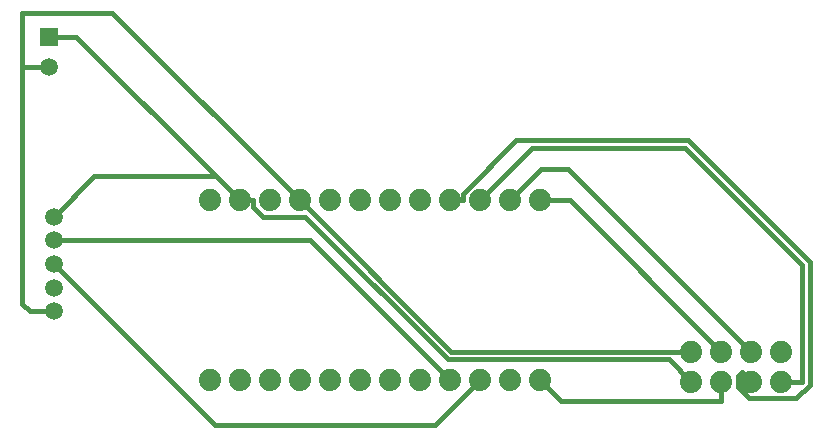
<source format=gbl>
G04 Layer_Physical_Order=2*
G04 Layer_Color=16711680*
%FSAX24Y24*%
%MOIN*%
G70*
G01*
G75*
%ADD10R,0.0591X0.0591*%
%ADD11C,0.0591*%
%ADD12C,0.0740*%
%ADD13C,0.0150*%
D10*
X002100Y014300D02*
D03*
D11*
Y013300D02*
D03*
X002250Y008300D02*
D03*
Y007513D02*
D03*
Y006725D02*
D03*
Y005938D02*
D03*
Y005150D02*
D03*
D12*
X018450Y002850D02*
D03*
X017450D02*
D03*
X016450D02*
D03*
X015450D02*
D03*
X014450D02*
D03*
X013450D02*
D03*
X012450D02*
D03*
X011450D02*
D03*
X010450D02*
D03*
X009450D02*
D03*
X008450D02*
D03*
X007450D02*
D03*
X018450Y008850D02*
D03*
X017450D02*
D03*
X016450D02*
D03*
X015450D02*
D03*
X014450D02*
D03*
X013450D02*
D03*
X012450D02*
D03*
X011450D02*
D03*
X010450D02*
D03*
X009450D02*
D03*
X008450D02*
D03*
X007450D02*
D03*
X026500Y003800D02*
D03*
X025500D02*
D03*
X024500D02*
D03*
X023500D02*
D03*
X026500Y002800D02*
D03*
X025500D02*
D03*
X024500D02*
D03*
X023500D02*
D03*
D13*
X001200Y013300D02*
Y015100D01*
Y005400D02*
Y013300D01*
X002100D01*
X001450Y005150D02*
X002250D01*
X001200Y005400D02*
X001450Y005150D01*
X001200Y015100D02*
X004200D01*
X010450Y008850D01*
X007650Y009650D02*
X008450Y008850D01*
X003000Y014300D02*
X007650Y009650D01*
X002100Y014300D02*
X003000D01*
X002250Y008300D02*
X003600Y009650D01*
X007650D01*
X002250Y007513D02*
X010787D01*
X015450Y002850D01*
X014950Y001350D02*
X016450Y002850D01*
X007625Y001350D02*
X014950D01*
X002250Y006725D02*
X007625Y001350D01*
X025055Y002616D02*
X025416Y002255D01*
X025055Y002984D02*
X025185Y003115D01*
X025055Y002616D02*
Y002984D01*
X015450Y008850D02*
X015905D01*
Y009076D01*
X017679Y010850D01*
X023404D01*
X027450Y006804D01*
Y002696D02*
Y006804D01*
X027009Y002255D02*
X027450Y002696D01*
X025416Y002255D02*
X027009D01*
X025185Y003115D02*
X025500Y002800D01*
X016450Y008850D02*
X018200Y010600D01*
X023300D01*
X027200Y006700D01*
Y002800D02*
Y006700D01*
X026500Y002800D02*
X027200D01*
X017450Y008850D02*
X018500Y009900D01*
X019400D01*
X025500Y003800D01*
X019450Y008850D02*
X024500Y003800D01*
X018450Y008850D02*
X019450D01*
X018450Y002850D02*
X019150Y002150D01*
X024500D01*
Y002800D01*
X008450Y008850D02*
X008905D01*
Y008624D02*
Y008850D01*
Y008624D02*
X009224Y008305D01*
X010641D01*
X015396Y003550D01*
X022750D01*
X023500Y002800D01*
X010450Y008850D02*
X015500Y003800D01*
X023500D01*
M02*

</source>
